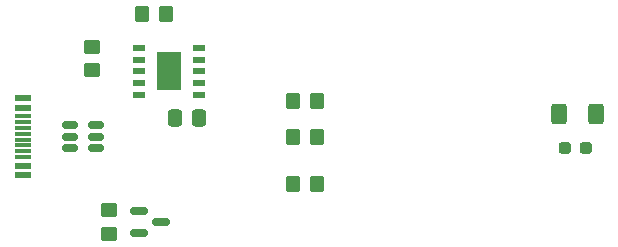
<source format=gbr>
%TF.GenerationSoftware,KiCad,Pcbnew,7.0.1*%
%TF.CreationDate,2024-06-10T22:25:48+03:00*%
%TF.ProjectId,PedalPower,50656461-6c50-46f7-9765-722e6b696361,rev?*%
%TF.SameCoordinates,Original*%
%TF.FileFunction,Paste,Top*%
%TF.FilePolarity,Positive*%
%FSLAX46Y46*%
G04 Gerber Fmt 4.6, Leading zero omitted, Abs format (unit mm)*
G04 Created by KiCad (PCBNEW 7.0.1) date 2024-06-10 22:25:48*
%MOMM*%
%LPD*%
G01*
G04 APERTURE LIST*
G04 Aperture macros list*
%AMRoundRect*
0 Rectangle with rounded corners*
0 $1 Rounding radius*
0 $2 $3 $4 $5 $6 $7 $8 $9 X,Y pos of 4 corners*
0 Add a 4 corners polygon primitive as box body*
4,1,4,$2,$3,$4,$5,$6,$7,$8,$9,$2,$3,0*
0 Add four circle primitives for the rounded corners*
1,1,$1+$1,$2,$3*
1,1,$1+$1,$4,$5*
1,1,$1+$1,$6,$7*
1,1,$1+$1,$8,$9*
0 Add four rect primitives between the rounded corners*
20,1,$1+$1,$2,$3,$4,$5,0*
20,1,$1+$1,$4,$5,$6,$7,0*
20,1,$1+$1,$6,$7,$8,$9,0*
20,1,$1+$1,$8,$9,$2,$3,0*%
G04 Aperture macros list end*
%ADD10RoundRect,0.150000X-0.512500X-0.150000X0.512500X-0.150000X0.512500X0.150000X-0.512500X0.150000X0*%
%ADD11RoundRect,0.250000X-0.350000X-0.450000X0.350000X-0.450000X0.350000X0.450000X-0.350000X0.450000X0*%
%ADD12RoundRect,0.250000X-0.400000X-0.625000X0.400000X-0.625000X0.400000X0.625000X-0.400000X0.625000X0*%
%ADD13R,1.100000X0.510000*%
%ADD14RoundRect,0.210000X0.840000X1.440000X-0.840000X1.440000X-0.840000X-1.440000X0.840000X-1.440000X0*%
%ADD15R,1.450000X0.600000*%
%ADD16R,1.450000X0.300000*%
%ADD17RoundRect,0.237500X0.287500X0.237500X-0.287500X0.237500X-0.287500X-0.237500X0.287500X-0.237500X0*%
%ADD18RoundRect,0.250000X-0.450000X0.350000X-0.450000X-0.350000X0.450000X-0.350000X0.450000X0.350000X0*%
%ADD19RoundRect,0.250000X0.337500X0.475000X-0.337500X0.475000X-0.337500X-0.475000X0.337500X-0.475000X0*%
%ADD20RoundRect,0.150000X-0.587500X-0.150000X0.587500X-0.150000X0.587500X0.150000X-0.587500X0.150000X0*%
G04 APERTURE END LIST*
D10*
%TO.C,U1*%
X-6837500Y950000D03*
X-6837500Y0D03*
X-6837500Y-950000D03*
X-4562500Y-950000D03*
X-4562500Y0D03*
X-4562500Y950000D03*
%TD*%
D11*
%TO.C,R5*%
X12100000Y-4000000D03*
X14100000Y-4000000D03*
%TD*%
D12*
%TO.C,R7*%
X34625000Y1925000D03*
X37725000Y1925000D03*
%TD*%
D13*
%TO.C,U2*%
X4150000Y3525000D03*
X4150000Y4525000D03*
X4150000Y5525000D03*
X4150000Y6525000D03*
X4150000Y7525000D03*
X-950000Y7525000D03*
X-950000Y6525000D03*
X-950000Y5525000D03*
X-950000Y4525000D03*
X-950000Y3525000D03*
D14*
X1600000Y5525000D03*
%TD*%
D15*
%TO.C,J1*%
X-10755000Y3250000D03*
X-10755000Y2450000D03*
D16*
X-10755000Y1250000D03*
X-10755000Y250000D03*
X-10755000Y-250000D03*
X-10755000Y-1250000D03*
D15*
X-10755000Y-2450000D03*
X-10755000Y-3250000D03*
X-10755000Y-3250000D03*
X-10755000Y-2450000D03*
D16*
X-10755000Y-1750000D03*
X-10755000Y-750000D03*
X-10755000Y750000D03*
X-10755000Y1750000D03*
D15*
X-10755000Y2450000D03*
X-10755000Y3250000D03*
%TD*%
D17*
%TO.C,D1*%
X36875000Y-1000000D03*
X35125000Y-1000000D03*
%TD*%
D18*
%TO.C,R1*%
X-4900000Y7600000D03*
X-4900000Y5600000D03*
%TD*%
D19*
%TO.C,C1*%
X4137500Y1600000D03*
X2062500Y1600000D03*
%TD*%
D11*
%TO.C,R4*%
X12100000Y0D03*
X14100000Y0D03*
%TD*%
D18*
%TO.C,R6*%
X-3462500Y-6250000D03*
X-3462500Y-8250000D03*
%TD*%
D11*
%TO.C,R2*%
X-700000Y10400000D03*
X1300000Y10400000D03*
%TD*%
D20*
%TO.C,Q1*%
X-1000000Y-6300000D03*
X-1000000Y-8200000D03*
X875000Y-7250000D03*
%TD*%
D11*
%TO.C,R3*%
X12100000Y3000000D03*
X14100000Y3000000D03*
%TD*%
M02*

</source>
